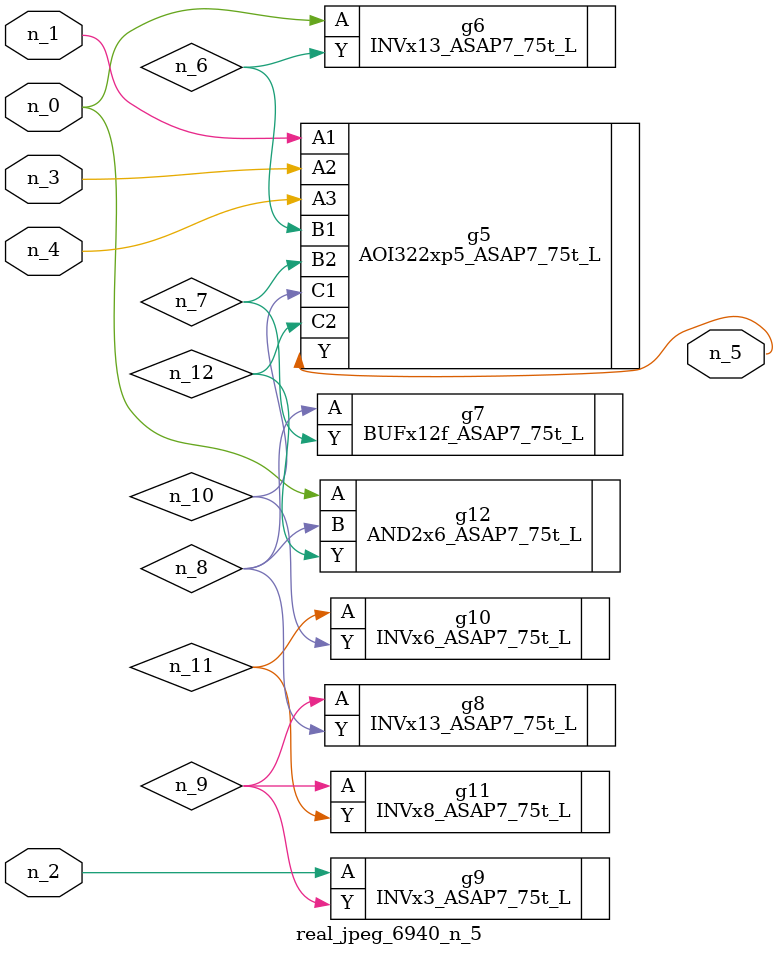
<source format=v>
module real_jpeg_6940_n_5 (n_4, n_0, n_1, n_2, n_3, n_5);

input n_4;
input n_0;
input n_1;
input n_2;
input n_3;

output n_5;

wire n_12;
wire n_8;
wire n_11;
wire n_6;
wire n_7;
wire n_10;
wire n_9;

INVx13_ASAP7_75t_L g6 ( 
.A(n_0),
.Y(n_6)
);

AND2x6_ASAP7_75t_L g12 ( 
.A(n_0),
.B(n_8),
.Y(n_12)
);

AOI322xp5_ASAP7_75t_L g5 ( 
.A1(n_1),
.A2(n_3),
.A3(n_4),
.B1(n_6),
.B2(n_7),
.C1(n_10),
.C2(n_12),
.Y(n_5)
);

INVx3_ASAP7_75t_L g9 ( 
.A(n_2),
.Y(n_9)
);

BUFx12f_ASAP7_75t_L g7 ( 
.A(n_8),
.Y(n_7)
);

INVx13_ASAP7_75t_L g8 ( 
.A(n_9),
.Y(n_8)
);

INVx8_ASAP7_75t_L g11 ( 
.A(n_9),
.Y(n_11)
);

INVx6_ASAP7_75t_L g10 ( 
.A(n_11),
.Y(n_10)
);


endmodule
</source>
